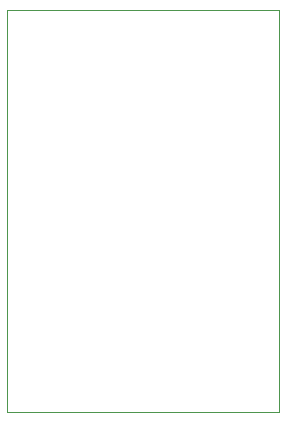
<source format=gbr>
%TF.GenerationSoftware,KiCad,Pcbnew,5.1.9+dfsg1-1*%
%TF.CreationDate,2022-01-13T23:22:55+01:00*%
%TF.ProjectId,8051_leds,38303531-5f6c-4656-9473-2e6b69636164,rev?*%
%TF.SameCoordinates,Original*%
%TF.FileFunction,Profile,NP*%
%FSLAX46Y46*%
G04 Gerber Fmt 4.6, Leading zero omitted, Abs format (unit mm)*
G04 Created by KiCad (PCBNEW 5.1.9+dfsg1-1) date 2022-01-13 23:22:55*
%MOMM*%
%LPD*%
G01*
G04 APERTURE LIST*
%TA.AperFunction,Profile*%
%ADD10C,0.050000*%
%TD*%
G04 APERTURE END LIST*
D10*
X142000000Y-122000000D02*
X142000000Y-88000000D01*
X119000000Y-122000000D02*
X142000000Y-122000000D01*
X119000000Y-88000000D02*
X119000000Y-122000000D01*
X142000000Y-88000000D02*
X119000000Y-88000000D01*
M02*

</source>
